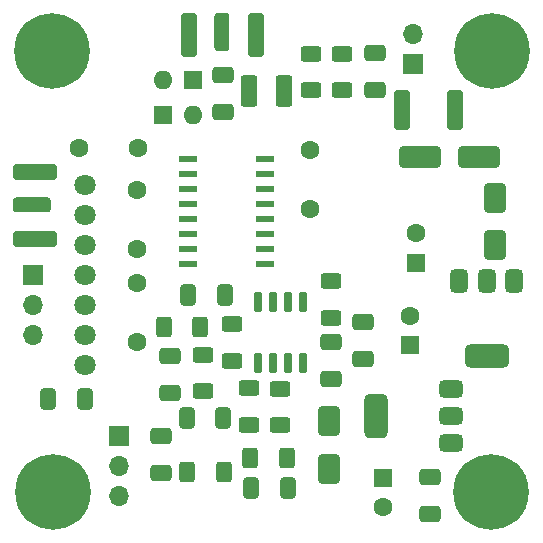
<source format=gbr>
%TF.GenerationSoftware,KiCad,Pcbnew,8.0.3-unknown-202406152119~3f4dc01d97~ubuntu22.04.1*%
%TF.CreationDate,2024-06-18T16:57:28+05:30*%
%TF.ProjectId,SDR-Board,5344522d-426f-4617-9264-2e6b69636164,rev?*%
%TF.SameCoordinates,Original*%
%TF.FileFunction,Soldermask,Top*%
%TF.FilePolarity,Negative*%
%FSLAX46Y46*%
G04 Gerber Fmt 4.6, Leading zero omitted, Abs format (unit mm)*
G04 Created by KiCad (PCBNEW 8.0.3-unknown-202406152119~3f4dc01d97~ubuntu22.04.1) date 2024-06-18 16:57:28*
%MOMM*%
%LPD*%
G01*
G04 APERTURE LIST*
G04 Aperture macros list*
%AMRoundRect*
0 Rectangle with rounded corners*
0 $1 Rounding radius*
0 $2 $3 $4 $5 $6 $7 $8 $9 X,Y pos of 4 corners*
0 Add a 4 corners polygon primitive as box body*
4,1,4,$2,$3,$4,$5,$6,$7,$8,$9,$2,$3,0*
0 Add four circle primitives for the rounded corners*
1,1,$1+$1,$2,$3*
1,1,$1+$1,$4,$5*
1,1,$1+$1,$6,$7*
1,1,$1+$1,$8,$9*
0 Add four rect primitives between the rounded corners*
20,1,$1+$1,$2,$3,$4,$5,0*
20,1,$1+$1,$4,$5,$6,$7,0*
20,1,$1+$1,$6,$7,$8,$9,0*
20,1,$1+$1,$8,$9,$2,$3,0*%
G04 Aperture macros list end*
%ADD10RoundRect,0.250000X0.400000X0.625000X-0.400000X0.625000X-0.400000X-0.625000X0.400000X-0.625000X0*%
%ADD11RoundRect,0.250000X-0.650000X0.412500X-0.650000X-0.412500X0.650000X-0.412500X0.650000X0.412500X0*%
%ADD12RoundRect,0.250000X0.650000X-1.000000X0.650000X1.000000X-0.650000X1.000000X-0.650000X-1.000000X0*%
%ADD13RoundRect,0.250000X0.650000X-0.412500X0.650000X0.412500X-0.650000X0.412500X-0.650000X-0.412500X0*%
%ADD14RoundRect,0.250000X-0.412500X-0.650000X0.412500X-0.650000X0.412500X0.650000X-0.412500X0.650000X0*%
%ADD15RoundRect,0.250000X-0.625000X0.400000X-0.625000X-0.400000X0.625000X-0.400000X0.625000X0.400000X0*%
%ADD16RoundRect,0.137500X0.662500X0.137500X-0.662500X0.137500X-0.662500X-0.137500X0.662500X-0.137500X0*%
%ADD17C,1.600000*%
%ADD18RoundRect,0.150000X-0.150000X0.725000X-0.150000X-0.725000X0.150000X-0.725000X0.150000X0.725000X0*%
%ADD19C,0.800000*%
%ADD20C,6.400000*%
%ADD21R,1.700000X1.700000*%
%ADD22O,1.700000X1.700000*%
%ADD23RoundRect,0.250001X0.462499X1.074999X-0.462499X1.074999X-0.462499X-1.074999X0.462499X-1.074999X0*%
%ADD24RoundRect,0.250000X0.625000X-0.400000X0.625000X0.400000X-0.625000X0.400000X-0.625000X-0.400000X0*%
%ADD25C,1.800000*%
%ADD26RoundRect,0.375000X0.625000X0.375000X-0.625000X0.375000X-0.625000X-0.375000X0.625000X-0.375000X0*%
%ADD27RoundRect,0.500000X0.500000X1.400000X-0.500000X1.400000X-0.500000X-1.400000X0.500000X-1.400000X0*%
%ADD28RoundRect,0.250000X0.385000X1.350000X-0.385000X1.350000X-0.385000X-1.350000X0.385000X-1.350000X0*%
%ADD29RoundRect,0.250000X0.425000X1.600000X-0.425000X1.600000X-0.425000X-1.600000X0.425000X-1.600000X0*%
%ADD30R,1.600000X1.600000*%
%ADD31O,1.600000X1.600000*%
%ADD32RoundRect,0.375000X-0.375000X0.625000X-0.375000X-0.625000X0.375000X-0.625000X0.375000X0.625000X0*%
%ADD33RoundRect,0.500000X-1.400000X0.500000X-1.400000X-0.500000X1.400000X-0.500000X1.400000X0.500000X0*%
%ADD34RoundRect,0.250000X0.412500X0.650000X-0.412500X0.650000X-0.412500X-0.650000X0.412500X-0.650000X0*%
%ADD35RoundRect,0.250000X-1.350000X0.385000X-1.350000X-0.385000X1.350000X-0.385000X1.350000X0.385000X0*%
%ADD36RoundRect,0.250000X-1.600000X0.425000X-1.600000X-0.425000X1.600000X-0.425000X1.600000X0.425000X0*%
%ADD37RoundRect,0.250000X-0.400000X-0.625000X0.400000X-0.625000X0.400000X0.625000X-0.400000X0.625000X0*%
%ADD38RoundRect,0.250000X-0.650000X1.000000X-0.650000X-1.000000X0.650000X-1.000000X0.650000X1.000000X0*%
%ADD39RoundRect,0.250000X1.500000X0.650000X-1.500000X0.650000X-1.500000X-0.650000X1.500000X-0.650000X0*%
%ADD40RoundRect,0.250000X-0.400000X-1.450000X0.400000X-1.450000X0.400000X1.450000X-0.400000X1.450000X0*%
G04 APERTURE END LIST*
D10*
%TO.C,RS1*%
X114712500Y-91774416D03*
X111612500Y-91774416D03*
%TD*%
D11*
%TO.C,C16*%
X121100000Y-80275000D03*
X121100000Y-83400000D03*
%TD*%
D12*
%TO.C,D4*%
X132300000Y-73800000D03*
X132300000Y-69800000D03*
%TD*%
D13*
%TO.C,C1*%
X109290000Y-62482500D03*
X109290000Y-59357500D03*
%TD*%
D14*
%TO.C,C3*%
X106330000Y-78020000D03*
X109455000Y-78020000D03*
%TD*%
D15*
%TO.C,R3*%
X116770000Y-57575000D03*
X116770000Y-60675000D03*
%TD*%
D16*
%TO.C,U2*%
X112815000Y-75395000D03*
X112815000Y-74125000D03*
X112815000Y-72855000D03*
X112815000Y-71585000D03*
X112815000Y-70315000D03*
X112815000Y-69045000D03*
X112815000Y-67775000D03*
X112815000Y-66505000D03*
X106315000Y-66505000D03*
X106315000Y-67775000D03*
X106315000Y-69045000D03*
X106315000Y-70315000D03*
X106315000Y-71585000D03*
X106315000Y-72855000D03*
X106315000Y-74125000D03*
X106315000Y-75395000D03*
%TD*%
D11*
%TO.C,C2*%
X122170000Y-57545000D03*
X122170000Y-60670000D03*
%TD*%
D17*
%TO.C,C5*%
X97100000Y-65570000D03*
X102100000Y-65570000D03*
%TD*%
D18*
%TO.C,U6*%
X116030000Y-78575000D03*
X114760000Y-78575000D03*
X113490000Y-78575000D03*
X112220000Y-78575000D03*
X112220000Y-83725000D03*
X113490000Y-83725000D03*
X114760000Y-83725000D03*
X116030000Y-83725000D03*
%TD*%
D19*
%TO.C,H4*%
X129552944Y-94697056D03*
X130255888Y-93000000D03*
X130255888Y-96394112D03*
X131952944Y-92297056D03*
D20*
X131952944Y-94697056D03*
D19*
X131952944Y-97097056D03*
X133650000Y-93000000D03*
X133650000Y-96394112D03*
X134352944Y-94697056D03*
%TD*%
D13*
%TO.C,CC2*%
X104000000Y-93062500D03*
X104000000Y-89937500D03*
%TD*%
D21*
%TO.C,J3*%
X100500000Y-89900000D03*
D22*
X100500000Y-92440000D03*
X100500000Y-94980000D03*
%TD*%
D13*
%TO.C,C17*%
X126850000Y-96552500D03*
X126850000Y-93427500D03*
%TD*%
D23*
%TO.C,L1*%
X114487500Y-60700000D03*
X111512500Y-60700000D03*
%TD*%
D24*
%TO.C,R5*%
X118440000Y-79910000D03*
X118440000Y-76810000D03*
%TD*%
D25*
%TO.C,U1*%
X97600000Y-83880000D03*
X97600000Y-81340000D03*
X97600000Y-78800000D03*
X97600000Y-76260000D03*
X97600000Y-73720000D03*
X97600000Y-71180000D03*
X97600000Y-68640000D03*
%TD*%
D26*
%TO.C,U5*%
X128550000Y-90550000D03*
X128550000Y-88250000D03*
D27*
X122250000Y-88250000D03*
D26*
X128550000Y-85950000D03*
%TD*%
D17*
%TO.C,C7*%
X102000000Y-82000000D03*
X102000000Y-77000000D03*
%TD*%
D28*
%TO.C,RX1*%
X109240000Y-55732500D03*
D29*
X106415000Y-55982500D03*
X112065000Y-55982500D03*
%TD*%
D30*
%TO.C,D3*%
X104244315Y-62750000D03*
D31*
X106784315Y-62750000D03*
%TD*%
D15*
%TO.C,R6*%
X110070000Y-80470000D03*
X110070000Y-83570000D03*
%TD*%
D32*
%TO.C,U3*%
X133900000Y-76850000D03*
X131600000Y-76850000D03*
D33*
X131600000Y-83150000D03*
D32*
X129300000Y-76850000D03*
%TD*%
D11*
%TO.C,C11*%
X118470000Y-81945000D03*
X118470000Y-85070000D03*
%TD*%
D30*
%TO.C,C8*%
X125600000Y-75250000D03*
D17*
X125600000Y-72750000D03*
%TD*%
D34*
%TO.C,C12*%
X109322500Y-88400000D03*
X106197500Y-88400000D03*
%TD*%
D19*
%TO.C,H2*%
X92402944Y-57302944D03*
X93105888Y-55605888D03*
X93105888Y-59000000D03*
X94802944Y-54902944D03*
D20*
X94802944Y-57302944D03*
D19*
X94802944Y-59702944D03*
X96500000Y-55605888D03*
X96500000Y-59000000D03*
X97202944Y-57302944D03*
%TD*%
D30*
%TO.C,C15*%
X122820000Y-93484888D03*
D17*
X122820000Y-95984888D03*
%TD*%
D21*
%TO.C,J1*%
X93200000Y-76275000D03*
D22*
X93200000Y-78815000D03*
X93200000Y-81355000D03*
%TD*%
D17*
%TO.C,C6*%
X116650000Y-70730000D03*
X116650000Y-65730000D03*
%TD*%
D35*
%TO.C,TX1*%
X93100000Y-70400000D03*
D36*
X93350000Y-73225000D03*
X93350000Y-67575000D03*
%TD*%
D19*
%TO.C,H1*%
X129700000Y-57350000D03*
X130402944Y-55652944D03*
X130402944Y-59047056D03*
X132100000Y-54950000D03*
D20*
X132100000Y-57350000D03*
D19*
X132100000Y-59750000D03*
X133797056Y-55652944D03*
X133797056Y-59047056D03*
X134500000Y-57350000D03*
%TD*%
D24*
%TO.C,R4*%
X107595000Y-86150000D03*
X107595000Y-83050000D03*
%TD*%
D34*
%TO.C,CC1*%
X114762500Y-94300000D03*
X111637500Y-94300000D03*
%TD*%
D30*
%TO.C,D2*%
X106781370Y-59770000D03*
D31*
X104241370Y-59770000D03*
%TD*%
D30*
%TO.C,C13*%
X125150000Y-82245113D03*
D17*
X125150000Y-79745113D03*
%TD*%
D10*
%TO.C,R7*%
X107370000Y-80730000D03*
X104270000Y-80730000D03*
%TD*%
D24*
%TO.C,R2*%
X119360000Y-60675000D03*
X119360000Y-57575000D03*
%TD*%
D37*
%TO.C,RS2*%
X106250000Y-93000000D03*
X109350000Y-93000000D03*
%TD*%
D38*
%TO.C,D5*%
X118300000Y-88700000D03*
X118300000Y-92700000D03*
%TD*%
D21*
%TO.C,J2*%
X125400000Y-58475000D03*
D22*
X125400000Y-55935000D03*
%TD*%
D34*
%TO.C,C14*%
X97592500Y-86800000D03*
X94467500Y-86800000D03*
%TD*%
D19*
%TO.C,H3*%
X92452944Y-94697056D03*
X93155888Y-93000000D03*
X93155888Y-96394112D03*
X94852944Y-92297056D03*
D20*
X94852944Y-94697056D03*
D19*
X94852944Y-97097056D03*
X96550000Y-93000000D03*
X96550000Y-96394112D03*
X97252944Y-94697056D03*
%TD*%
D13*
%TO.C,CD1*%
X104800000Y-86262500D03*
X104800000Y-83137500D03*
%TD*%
D39*
%TO.C,D1*%
X131000000Y-66300000D03*
X126000000Y-66300000D03*
%TD*%
D17*
%TO.C,C4*%
X102000000Y-74070000D03*
X102000000Y-69070000D03*
%TD*%
D15*
%TO.C,R9*%
X111520000Y-85910000D03*
X111520000Y-89010000D03*
%TD*%
%TO.C,R8*%
X114090000Y-85920000D03*
X114090000Y-89020000D03*
%TD*%
D40*
%TO.C,F1*%
X124475000Y-62300000D03*
X128925000Y-62300000D03*
%TD*%
M02*

</source>
